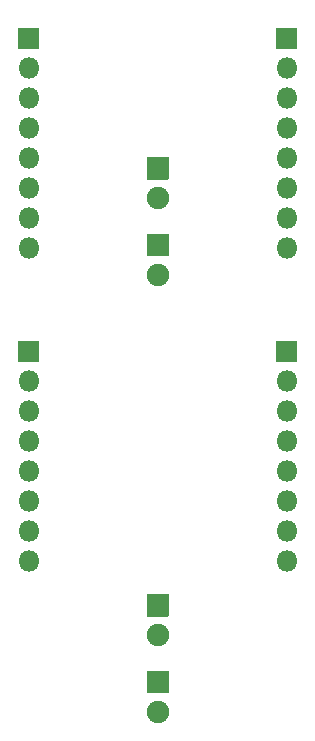
<source format=gbr>
%TF.GenerationSoftware,KiCad,Pcbnew,5.1.7-a382d34a8~87~ubuntu20.04.1*%
%TF.CreationDate,2020-10-21T10:00:52+02:00*%
%TF.ProjectId,7segment_part,37736567-6d65-46e7-945f-706172742e6b,rev?*%
%TF.SameCoordinates,Original*%
%TF.FileFunction,Soldermask,Bot*%
%TF.FilePolarity,Negative*%
%FSLAX46Y46*%
G04 Gerber Fmt 4.6, Leading zero omitted, Abs format (unit mm)*
G04 Created by KiCad (PCBNEW 5.1.7-a382d34a8~87~ubuntu20.04.1) date 2020-10-21 10:00:52*
%MOMM*%
%LPD*%
G01*
G04 APERTURE LIST*
%ADD10C,1.900000*%
%ADD11O,1.800000X1.800000*%
G04 APERTURE END LIST*
D10*
%TO.C,Dh2*%
X169418000Y-79040000D03*
G36*
G01*
X168518000Y-75550000D02*
X170318000Y-75550000D01*
G75*
G02*
X170368000Y-75600000I0J-50000D01*
G01*
X170368000Y-77400000D01*
G75*
G02*
X170318000Y-77450000I-50000J0D01*
G01*
X168518000Y-77450000D01*
G75*
G02*
X168468000Y-77400000I0J50000D01*
G01*
X168468000Y-75600000D01*
G75*
G02*
X168518000Y-75550000I50000J0D01*
G01*
G37*
%TD*%
D11*
%TO.C,J4*%
X180340000Y-103280000D03*
X180340000Y-100740000D03*
X180340000Y-98200000D03*
X180340000Y-95660000D03*
X180340000Y-93120000D03*
X180340000Y-90580000D03*
X180340000Y-88040000D03*
G36*
G01*
X179440000Y-86350000D02*
X179440000Y-84650000D01*
G75*
G02*
X179490000Y-84600000I50000J0D01*
G01*
X181190000Y-84600000D01*
G75*
G02*
X181240000Y-84650000I0J-50000D01*
G01*
X181240000Y-86350000D01*
G75*
G02*
X181190000Y-86400000I-50000J0D01*
G01*
X179490000Y-86400000D01*
G75*
G02*
X179440000Y-86350000I0J50000D01*
G01*
G37*
%TD*%
%TO.C,J2*%
G36*
G01*
X179440000Y-59850000D02*
X179440000Y-58150000D01*
G75*
G02*
X179490000Y-58100000I50000J0D01*
G01*
X181190000Y-58100000D01*
G75*
G02*
X181240000Y-58150000I0J-50000D01*
G01*
X181240000Y-59850000D01*
G75*
G02*
X181190000Y-59900000I-50000J0D01*
G01*
X179490000Y-59900000D01*
G75*
G02*
X179440000Y-59850000I0J50000D01*
G01*
G37*
X180340000Y-61540000D03*
X180340000Y-64080000D03*
X180340000Y-66620000D03*
X180340000Y-69160000D03*
X180340000Y-71700000D03*
X180340000Y-74240000D03*
X180340000Y-76780000D03*
%TD*%
D10*
%TO.C,Dh4*%
X169418000Y-116040000D03*
G36*
G01*
X168518000Y-112550000D02*
X170318000Y-112550000D01*
G75*
G02*
X170368000Y-112600000I0J-50000D01*
G01*
X170368000Y-114400000D01*
G75*
G02*
X170318000Y-114450000I-50000J0D01*
G01*
X168518000Y-114450000D01*
G75*
G02*
X168468000Y-114400000I0J50000D01*
G01*
X168468000Y-112600000D01*
G75*
G02*
X168518000Y-112550000I50000J0D01*
G01*
G37*
%TD*%
%TO.C,Dh3*%
X169418000Y-109540000D03*
G36*
G01*
X168518000Y-106050000D02*
X170318000Y-106050000D01*
G75*
G02*
X170368000Y-106100000I0J-50000D01*
G01*
X170368000Y-107900000D01*
G75*
G02*
X170318000Y-107950000I-50000J0D01*
G01*
X168518000Y-107950000D01*
G75*
G02*
X168468000Y-107900000I0J50000D01*
G01*
X168468000Y-106100000D01*
G75*
G02*
X168518000Y-106050000I50000J0D01*
G01*
G37*
%TD*%
%TO.C,Dh1*%
X169418000Y-72540000D03*
G36*
G01*
X168518000Y-69050000D02*
X170318000Y-69050000D01*
G75*
G02*
X170368000Y-69100000I0J-50000D01*
G01*
X170368000Y-70900000D01*
G75*
G02*
X170318000Y-70950000I-50000J0D01*
G01*
X168518000Y-70950000D01*
G75*
G02*
X168468000Y-70900000I0J50000D01*
G01*
X168468000Y-69100000D01*
G75*
G02*
X168518000Y-69050000I50000J0D01*
G01*
G37*
%TD*%
D11*
%TO.C,J3*%
X158496000Y-103280000D03*
X158496000Y-100740000D03*
X158496000Y-98200000D03*
X158496000Y-95660000D03*
X158496000Y-93120000D03*
X158496000Y-90580000D03*
X158496000Y-88040000D03*
G36*
G01*
X157596000Y-86350000D02*
X157596000Y-84650000D01*
G75*
G02*
X157646000Y-84600000I50000J0D01*
G01*
X159346000Y-84600000D01*
G75*
G02*
X159396000Y-84650000I0J-50000D01*
G01*
X159396000Y-86350000D01*
G75*
G02*
X159346000Y-86400000I-50000J0D01*
G01*
X157646000Y-86400000D01*
G75*
G02*
X157596000Y-86350000I0J50000D01*
G01*
G37*
%TD*%
%TO.C,J1*%
X158496000Y-76780000D03*
X158496000Y-74240000D03*
X158496000Y-71700000D03*
X158496000Y-69160000D03*
X158496000Y-66620000D03*
X158496000Y-64080000D03*
X158496000Y-61540000D03*
G36*
G01*
X157596000Y-59850000D02*
X157596000Y-58150000D01*
G75*
G02*
X157646000Y-58100000I50000J0D01*
G01*
X159346000Y-58100000D01*
G75*
G02*
X159396000Y-58150000I0J-50000D01*
G01*
X159396000Y-59850000D01*
G75*
G02*
X159346000Y-59900000I-50000J0D01*
G01*
X157646000Y-59900000D01*
G75*
G02*
X157596000Y-59850000I0J50000D01*
G01*
G37*
%TD*%
M02*

</source>
